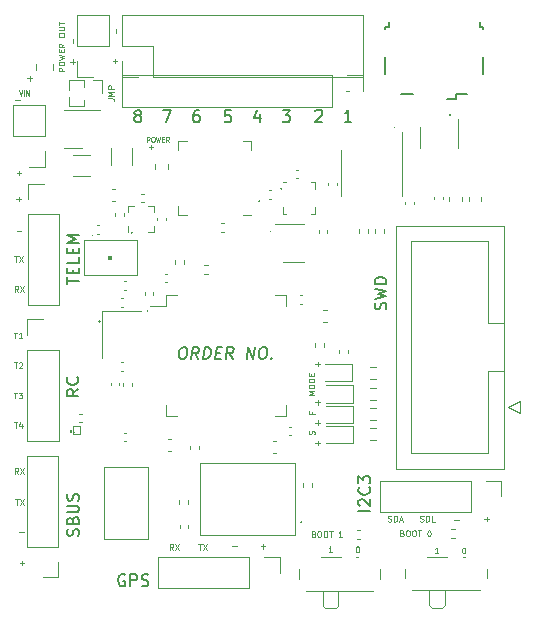
<source format=gbr>
%TF.GenerationSoftware,KiCad,Pcbnew,(5.1.9)-1*%
%TF.CreationDate,2021-10-28T19:53:03+05:30*%
%TF.ProjectId,royal_fc,726f7961-6c5f-4666-932e-6b696361645f,v1.0*%
%TF.SameCoordinates,Original*%
%TF.FileFunction,Legend,Top*%
%TF.FilePolarity,Positive*%
%FSLAX46Y46*%
G04 Gerber Fmt 4.6, Leading zero omitted, Abs format (unit mm)*
G04 Created by KiCad (PCBNEW (5.1.9)-1) date 2021-10-28 19:53:03*
%MOMM*%
%LPD*%
G01*
G04 APERTURE LIST*
%ADD10C,0.150000*%
%ADD11C,0.125000*%
%ADD12C,0.050000*%
%ADD13C,0.120000*%
%ADD14C,0.001000*%
%ADD15C,0.020000*%
%ADD16C,0.025000*%
G04 APERTURE END LIST*
D10*
X38340729Y-130252380D02*
X38531205Y-130252380D01*
X38620491Y-130300000D01*
X38703824Y-130395238D01*
X38727633Y-130585714D01*
X38685967Y-130919047D01*
X38614538Y-131109523D01*
X38507395Y-131204761D01*
X38406205Y-131252380D01*
X38215729Y-131252380D01*
X38126443Y-131204761D01*
X38043110Y-131109523D01*
X38019300Y-130919047D01*
X38060967Y-130585714D01*
X38132395Y-130395238D01*
X38239538Y-130300000D01*
X38340729Y-130252380D01*
X39644300Y-131252380D02*
X39370491Y-130776190D01*
X39072872Y-131252380D02*
X39197872Y-130252380D01*
X39578824Y-130252380D01*
X39668110Y-130300000D01*
X39709776Y-130347619D01*
X39745491Y-130442857D01*
X39727633Y-130585714D01*
X39668110Y-130680952D01*
X39614538Y-130728571D01*
X39513348Y-130776190D01*
X39132395Y-130776190D01*
X40072872Y-131252380D02*
X40197872Y-130252380D01*
X40435967Y-130252380D01*
X40572872Y-130300000D01*
X40656205Y-130395238D01*
X40691919Y-130490476D01*
X40715729Y-130680952D01*
X40697872Y-130823809D01*
X40626443Y-131014285D01*
X40566919Y-131109523D01*
X40459776Y-131204761D01*
X40310967Y-131252380D01*
X40072872Y-131252380D01*
X41138348Y-130728571D02*
X41471681Y-130728571D01*
X41549062Y-131252380D02*
X41072872Y-131252380D01*
X41197872Y-130252380D01*
X41674062Y-130252380D01*
X42549062Y-131252380D02*
X42275252Y-130776190D01*
X41977633Y-131252380D02*
X42102633Y-130252380D01*
X42483586Y-130252380D01*
X42572872Y-130300000D01*
X42614538Y-130347619D01*
X42650252Y-130442857D01*
X42632395Y-130585714D01*
X42572872Y-130680952D01*
X42519300Y-130728571D01*
X42418110Y-130776190D01*
X42037157Y-130776190D01*
X43739538Y-131252380D02*
X43864538Y-130252380D01*
X44310967Y-131252380D01*
X44435967Y-130252380D01*
X45102633Y-130252380D02*
X45293110Y-130252380D01*
X45382395Y-130300000D01*
X45465729Y-130395238D01*
X45489538Y-130585714D01*
X45447872Y-130919047D01*
X45376443Y-131109523D01*
X45269300Y-131204761D01*
X45168110Y-131252380D01*
X44977633Y-131252380D01*
X44888348Y-131204761D01*
X44805014Y-131109523D01*
X44781205Y-130919047D01*
X44822872Y-130585714D01*
X44894300Y-130395238D01*
X45001443Y-130300000D01*
X45102633Y-130252380D01*
X45846681Y-131157142D02*
X45888348Y-131204761D01*
X45834776Y-131252380D01*
X45793110Y-131204761D01*
X45846681Y-131157142D01*
X45834776Y-131252380D01*
D11*
X49745714Y-131880476D02*
X49745714Y-131499523D01*
X49936190Y-131690000D02*
X49555238Y-131690000D01*
X49765714Y-138560476D02*
X49765714Y-138179523D01*
X49956190Y-138370000D02*
X49575238Y-138370000D01*
X49765714Y-135120476D02*
X49765714Y-134739523D01*
X49956190Y-134930000D02*
X49575238Y-134930000D01*
X49765714Y-136850476D02*
X49765714Y-136469523D01*
X49956190Y-136660000D02*
X49575238Y-136660000D01*
X25365714Y-107690476D02*
X25365714Y-107309523D01*
X25556190Y-107500000D02*
X25175238Y-107500000D01*
X35635714Y-113520476D02*
X35635714Y-113139523D01*
X35826190Y-113330000D02*
X35445238Y-113330000D01*
X58434761Y-145002380D02*
X58506190Y-145026190D01*
X58625238Y-145026190D01*
X58672857Y-145002380D01*
X58696666Y-144978571D01*
X58720476Y-144930952D01*
X58720476Y-144883333D01*
X58696666Y-144835714D01*
X58672857Y-144811904D01*
X58625238Y-144788095D01*
X58530000Y-144764285D01*
X58482380Y-144740476D01*
X58458571Y-144716666D01*
X58434761Y-144669047D01*
X58434761Y-144621428D01*
X58458571Y-144573809D01*
X58482380Y-144550000D01*
X58530000Y-144526190D01*
X58649047Y-144526190D01*
X58720476Y-144550000D01*
X58934761Y-145026190D02*
X58934761Y-144526190D01*
X59053809Y-144526190D01*
X59125238Y-144550000D01*
X59172857Y-144597619D01*
X59196666Y-144645238D01*
X59220476Y-144740476D01*
X59220476Y-144811904D01*
X59196666Y-144907142D01*
X59172857Y-144954761D01*
X59125238Y-145002380D01*
X59053809Y-145026190D01*
X58934761Y-145026190D01*
X59672857Y-145026190D02*
X59434761Y-145026190D01*
X59434761Y-144526190D01*
X55722857Y-145002380D02*
X55794285Y-145026190D01*
X55913333Y-145026190D01*
X55960952Y-145002380D01*
X55984761Y-144978571D01*
X56008571Y-144930952D01*
X56008571Y-144883333D01*
X55984761Y-144835714D01*
X55960952Y-144811904D01*
X55913333Y-144788095D01*
X55818095Y-144764285D01*
X55770476Y-144740476D01*
X55746666Y-144716666D01*
X55722857Y-144669047D01*
X55722857Y-144621428D01*
X55746666Y-144573809D01*
X55770476Y-144550000D01*
X55818095Y-144526190D01*
X55937142Y-144526190D01*
X56008571Y-144550000D01*
X56222857Y-145026190D02*
X56222857Y-144526190D01*
X56341904Y-144526190D01*
X56413333Y-144550000D01*
X56460952Y-144597619D01*
X56484761Y-144645238D01*
X56508571Y-144740476D01*
X56508571Y-144811904D01*
X56484761Y-144907142D01*
X56460952Y-144954761D01*
X56413333Y-145002380D01*
X56341904Y-145026190D01*
X56222857Y-145026190D01*
X56699047Y-144883333D02*
X56937142Y-144883333D01*
X56651428Y-145026190D02*
X56818095Y-144526190D01*
X56984761Y-145026190D01*
X62106190Y-147226190D02*
X62153809Y-147226190D01*
X62201428Y-147250000D01*
X62225238Y-147273809D01*
X62249047Y-147321428D01*
X62272857Y-147416666D01*
X62272857Y-147535714D01*
X62249047Y-147630952D01*
X62225238Y-147678571D01*
X62201428Y-147702380D01*
X62153809Y-147726190D01*
X62106190Y-147726190D01*
X62058571Y-147702380D01*
X62034761Y-147678571D01*
X62010952Y-147630952D01*
X61987142Y-147535714D01*
X61987142Y-147416666D01*
X62010952Y-147321428D01*
X62034761Y-147273809D01*
X62058571Y-147250000D01*
X62106190Y-147226190D01*
X59972857Y-147726190D02*
X59687142Y-147726190D01*
X59830000Y-147726190D02*
X59830000Y-147226190D01*
X59782380Y-147297619D01*
X59734761Y-147345238D01*
X59687142Y-147369047D01*
X53106190Y-147126190D02*
X53153809Y-147126190D01*
X53201428Y-147150000D01*
X53225238Y-147173809D01*
X53249047Y-147221428D01*
X53272857Y-147316666D01*
X53272857Y-147435714D01*
X53249047Y-147530952D01*
X53225238Y-147578571D01*
X53201428Y-147602380D01*
X53153809Y-147626190D01*
X53106190Y-147626190D01*
X53058571Y-147602380D01*
X53034761Y-147578571D01*
X53010952Y-147530952D01*
X52987142Y-147435714D01*
X52987142Y-147316666D01*
X53010952Y-147221428D01*
X53034761Y-147173809D01*
X53058571Y-147150000D01*
X53106190Y-147126190D01*
X50972857Y-147626190D02*
X50687142Y-147626190D01*
X50830000Y-147626190D02*
X50830000Y-147126190D01*
X50782380Y-147197619D01*
X50734761Y-147245238D01*
X50687142Y-147269047D01*
X37546666Y-147426190D02*
X37380000Y-147188095D01*
X37260952Y-147426190D02*
X37260952Y-146926190D01*
X37451428Y-146926190D01*
X37499047Y-146950000D01*
X37522857Y-146973809D01*
X37546666Y-147021428D01*
X37546666Y-147092857D01*
X37522857Y-147140476D01*
X37499047Y-147164285D01*
X37451428Y-147188095D01*
X37260952Y-147188095D01*
X37713333Y-146926190D02*
X38046666Y-147426190D01*
X38046666Y-146926190D02*
X37713333Y-147426190D01*
X39659047Y-146906190D02*
X39944761Y-146906190D01*
X39801904Y-147406190D02*
X39801904Y-146906190D01*
X40063809Y-146906190D02*
X40397142Y-147406190D01*
X40397142Y-146906190D02*
X40063809Y-147406190D01*
X24426666Y-141006190D02*
X24260000Y-140768095D01*
X24140952Y-141006190D02*
X24140952Y-140506190D01*
X24331428Y-140506190D01*
X24379047Y-140530000D01*
X24402857Y-140553809D01*
X24426666Y-140601428D01*
X24426666Y-140672857D01*
X24402857Y-140720476D01*
X24379047Y-140744285D01*
X24331428Y-140768095D01*
X24140952Y-140768095D01*
X24593333Y-140506190D02*
X24926666Y-141006190D01*
X24926666Y-140506190D02*
X24593333Y-141006190D01*
X24149047Y-143126190D02*
X24434761Y-143126190D01*
X24291904Y-143626190D02*
X24291904Y-143126190D01*
X24553809Y-143126190D02*
X24887142Y-143626190D01*
X24887142Y-143126190D02*
X24553809Y-143626190D01*
X24396666Y-125596190D02*
X24230000Y-125358095D01*
X24110952Y-125596190D02*
X24110952Y-125096190D01*
X24301428Y-125096190D01*
X24349047Y-125120000D01*
X24372857Y-125143809D01*
X24396666Y-125191428D01*
X24396666Y-125262857D01*
X24372857Y-125310476D01*
X24349047Y-125334285D01*
X24301428Y-125358095D01*
X24110952Y-125358095D01*
X24563333Y-125096190D02*
X24896666Y-125596190D01*
X24896666Y-125096190D02*
X24563333Y-125596190D01*
X24069047Y-122536190D02*
X24354761Y-122536190D01*
X24211904Y-123036190D02*
X24211904Y-122536190D01*
X24473809Y-122536190D02*
X24807142Y-123036190D01*
X24807142Y-122536190D02*
X24473809Y-123036190D01*
D12*
X24491904Y-108526190D02*
X24625238Y-109026190D01*
X24758571Y-108526190D01*
X24891904Y-109026190D02*
X24891904Y-108526190D01*
X25082380Y-109026190D02*
X25082380Y-108526190D01*
X25310952Y-109026190D01*
X25310952Y-108526190D01*
D11*
X24029047Y-134106190D02*
X24314761Y-134106190D01*
X24171904Y-134606190D02*
X24171904Y-134106190D01*
X24433809Y-134106190D02*
X24743333Y-134106190D01*
X24576666Y-134296666D01*
X24648095Y-134296666D01*
X24695714Y-134320476D01*
X24719523Y-134344285D01*
X24743333Y-134391904D01*
X24743333Y-134510952D01*
X24719523Y-134558571D01*
X24695714Y-134582380D01*
X24648095Y-134606190D01*
X24505238Y-134606190D01*
X24457619Y-134582380D01*
X24433809Y-134558571D01*
X24049047Y-136636190D02*
X24334761Y-136636190D01*
X24191904Y-137136190D02*
X24191904Y-136636190D01*
X24715714Y-136802857D02*
X24715714Y-137136190D01*
X24596666Y-136612380D02*
X24477619Y-136969523D01*
X24787142Y-136969523D01*
X24049047Y-131536190D02*
X24334761Y-131536190D01*
X24191904Y-132036190D02*
X24191904Y-131536190D01*
X24477619Y-131583809D02*
X24501428Y-131560000D01*
X24549047Y-131536190D01*
X24668095Y-131536190D01*
X24715714Y-131560000D01*
X24739523Y-131583809D01*
X24763333Y-131631428D01*
X24763333Y-131679047D01*
X24739523Y-131750476D01*
X24453809Y-132036190D01*
X24763333Y-132036190D01*
X24029047Y-129026190D02*
X24314761Y-129026190D01*
X24171904Y-129526190D02*
X24171904Y-129026190D01*
X24743333Y-129526190D02*
X24457619Y-129526190D01*
X24600476Y-129526190D02*
X24600476Y-129026190D01*
X24552857Y-129097619D01*
X24505238Y-129145238D01*
X24457619Y-129169047D01*
X42900476Y-147134285D02*
X42519523Y-147134285D01*
X45125714Y-147320476D02*
X45125714Y-146939523D01*
X45316190Y-147130000D02*
X44935238Y-147130000D01*
D13*
X61037082Y-110620000D02*
G75*
G03*
X61037082Y-110620000I-67082J0D01*
G01*
X56263246Y-111700000D02*
G75*
G03*
X56263246Y-111700000I-63246J0D01*
G01*
X46734031Y-116850000D02*
G75*
G03*
X46734031Y-116850000I-64031J0D01*
G01*
X45763246Y-120470000D02*
G75*
G03*
X45763246Y-120470000I-63246J0D01*
G01*
X44882111Y-117900000D02*
G75*
G03*
X44882111Y-117900000I-72111J0D01*
G01*
X34074031Y-120570000D02*
G75*
G03*
X34074031Y-120570000I-64031J0D01*
G01*
X30743246Y-120800000D02*
G75*
G03*
X30743246Y-120800000I-63246J0D01*
G01*
D11*
X61720476Y-144864285D02*
X61339523Y-144864285D01*
X64065714Y-144990476D02*
X64065714Y-144609523D01*
X64256190Y-144800000D02*
X63875238Y-144800000D01*
D13*
X31354031Y-128080000D02*
G75*
G03*
X31354031Y-128080000I-64031J0D01*
G01*
X35420711Y-127210000D02*
G75*
G03*
X35420711Y-127210000I-70711J0D01*
G01*
D11*
X24660476Y-120404285D02*
X24279523Y-120404285D01*
X24870476Y-145914285D02*
X24489523Y-145914285D01*
X24715714Y-148720476D02*
X24715714Y-148339523D01*
X24906190Y-148530000D02*
X24525238Y-148530000D01*
X24435714Y-117920476D02*
X24435714Y-117539523D01*
X24626190Y-117730000D02*
X24245238Y-117730000D01*
D13*
X31733852Y-113310000D02*
G75*
G03*
X31733852Y-113310000I-53852J0D01*
G01*
D11*
X24520476Y-109364285D02*
X24139523Y-109364285D01*
X24465714Y-115690476D02*
X24465714Y-115309523D01*
X24656190Y-115500000D02*
X24275238Y-115500000D01*
X32705714Y-103680476D02*
X32705714Y-103299523D01*
X32615714Y-106220476D02*
X32615714Y-105839523D01*
X32806190Y-106030000D02*
X32425238Y-106030000D01*
D14*
X52410000Y-108560000D02*
X52190000Y-108560000D01*
D11*
X32026190Y-109194285D02*
X32383333Y-109194285D01*
X32454761Y-109218095D01*
X32502380Y-109265714D01*
X32526190Y-109337142D01*
X32526190Y-109384761D01*
X32526190Y-108956190D02*
X32026190Y-108956190D01*
X32383333Y-108789523D01*
X32026190Y-108622857D01*
X32526190Y-108622857D01*
X32526190Y-108384761D02*
X32026190Y-108384761D01*
X32026190Y-108194285D01*
X32050000Y-108146666D01*
X32073809Y-108122857D01*
X32121428Y-108099047D01*
X32192857Y-108099047D01*
X32240476Y-108122857D01*
X32264285Y-108146666D01*
X32288095Y-108194285D01*
X32288095Y-108384761D01*
X28318690Y-106888095D02*
X27818690Y-106888095D01*
X27818690Y-106697619D01*
X27842500Y-106650000D01*
X27866309Y-106626190D01*
X27913928Y-106602380D01*
X27985357Y-106602380D01*
X28032976Y-106626190D01*
X28056785Y-106650000D01*
X28080595Y-106697619D01*
X28080595Y-106888095D01*
X27818690Y-106292857D02*
X27818690Y-106197619D01*
X27842500Y-106150000D01*
X27890119Y-106102380D01*
X27985357Y-106078571D01*
X28152023Y-106078571D01*
X28247261Y-106102380D01*
X28294880Y-106150000D01*
X28318690Y-106197619D01*
X28318690Y-106292857D01*
X28294880Y-106340476D01*
X28247261Y-106388095D01*
X28152023Y-106411904D01*
X27985357Y-106411904D01*
X27890119Y-106388095D01*
X27842500Y-106340476D01*
X27818690Y-106292857D01*
X27818690Y-105911904D02*
X28318690Y-105792857D01*
X27961547Y-105697619D01*
X28318690Y-105602380D01*
X27818690Y-105483333D01*
X28056785Y-105292857D02*
X28056785Y-105126190D01*
X28318690Y-105054761D02*
X28318690Y-105292857D01*
X27818690Y-105292857D01*
X27818690Y-105054761D01*
X28318690Y-104554761D02*
X28080595Y-104721428D01*
X28318690Y-104840476D02*
X27818690Y-104840476D01*
X27818690Y-104650000D01*
X27842500Y-104602380D01*
X27866309Y-104578571D01*
X27913928Y-104554761D01*
X27985357Y-104554761D01*
X28032976Y-104578571D01*
X28056785Y-104602380D01*
X28080595Y-104650000D01*
X28080595Y-104840476D01*
X27818690Y-103864285D02*
X27818690Y-103769047D01*
X27842500Y-103721428D01*
X27890119Y-103673809D01*
X27985357Y-103650000D01*
X28152023Y-103650000D01*
X28247261Y-103673809D01*
X28294880Y-103721428D01*
X28318690Y-103769047D01*
X28318690Y-103864285D01*
X28294880Y-103911904D01*
X28247261Y-103959523D01*
X28152023Y-103983333D01*
X27985357Y-103983333D01*
X27890119Y-103959523D01*
X27842500Y-103911904D01*
X27818690Y-103864285D01*
X27818690Y-103435714D02*
X28223452Y-103435714D01*
X28271071Y-103411904D01*
X28294880Y-103388095D01*
X28318690Y-103340476D01*
X28318690Y-103245238D01*
X28294880Y-103197619D01*
X28271071Y-103173809D01*
X28223452Y-103150000D01*
X27818690Y-103150000D01*
X27818690Y-102983333D02*
X27818690Y-102697619D01*
X28318690Y-102840476D02*
X27818690Y-102840476D01*
X29003214Y-106280952D02*
X29003214Y-105900000D01*
X29193690Y-106090476D02*
X28812738Y-106090476D01*
X29003214Y-104519047D02*
X29003214Y-104138095D01*
X49486190Y-134304761D02*
X48986190Y-134304761D01*
X49343333Y-134138095D01*
X48986190Y-133971428D01*
X49486190Y-133971428D01*
X48986190Y-133638095D02*
X48986190Y-133542857D01*
X49010000Y-133495238D01*
X49057619Y-133447619D01*
X49152857Y-133423809D01*
X49319523Y-133423809D01*
X49414761Y-133447619D01*
X49462380Y-133495238D01*
X49486190Y-133542857D01*
X49486190Y-133638095D01*
X49462380Y-133685714D01*
X49414761Y-133733333D01*
X49319523Y-133757142D01*
X49152857Y-133757142D01*
X49057619Y-133733333D01*
X49010000Y-133685714D01*
X48986190Y-133638095D01*
X49486190Y-133209523D02*
X48986190Y-133209523D01*
X48986190Y-133090476D01*
X49010000Y-133019047D01*
X49057619Y-132971428D01*
X49105238Y-132947619D01*
X49200476Y-132923809D01*
X49271904Y-132923809D01*
X49367142Y-132947619D01*
X49414761Y-132971428D01*
X49462380Y-133019047D01*
X49486190Y-133090476D01*
X49486190Y-133209523D01*
X49224285Y-132709523D02*
X49224285Y-132542857D01*
X49486190Y-132471428D02*
X49486190Y-132709523D01*
X48986190Y-132709523D01*
X48986190Y-132471428D01*
X49294285Y-135778571D02*
X49294285Y-135945238D01*
X49556190Y-135945238D02*
X49056190Y-135945238D01*
X49056190Y-135707142D01*
X49482380Y-137642857D02*
X49506190Y-137571428D01*
X49506190Y-137452380D01*
X49482380Y-137404761D01*
X49458571Y-137380952D01*
X49410952Y-137357142D01*
X49363333Y-137357142D01*
X49315714Y-137380952D01*
X49291904Y-137404761D01*
X49268095Y-137452380D01*
X49244285Y-137547619D01*
X49220476Y-137595238D01*
X49196666Y-137619047D01*
X49149047Y-137642857D01*
X49101428Y-137642857D01*
X49053809Y-137619047D01*
X49030000Y-137595238D01*
X49006190Y-137547619D01*
X49006190Y-137428571D01*
X49030000Y-137357142D01*
X56922857Y-146014285D02*
X56994285Y-146038095D01*
X57018095Y-146061904D01*
X57041904Y-146109523D01*
X57041904Y-146180952D01*
X57018095Y-146228571D01*
X56994285Y-146252380D01*
X56946666Y-146276190D01*
X56756190Y-146276190D01*
X56756190Y-145776190D01*
X56922857Y-145776190D01*
X56970476Y-145800000D01*
X56994285Y-145823809D01*
X57018095Y-145871428D01*
X57018095Y-145919047D01*
X56994285Y-145966666D01*
X56970476Y-145990476D01*
X56922857Y-146014285D01*
X56756190Y-146014285D01*
X57351428Y-145776190D02*
X57446666Y-145776190D01*
X57494285Y-145800000D01*
X57541904Y-145847619D01*
X57565714Y-145942857D01*
X57565714Y-146109523D01*
X57541904Y-146204761D01*
X57494285Y-146252380D01*
X57446666Y-146276190D01*
X57351428Y-146276190D01*
X57303809Y-146252380D01*
X57256190Y-146204761D01*
X57232380Y-146109523D01*
X57232380Y-145942857D01*
X57256190Y-145847619D01*
X57303809Y-145800000D01*
X57351428Y-145776190D01*
X57875238Y-145776190D02*
X57970476Y-145776190D01*
X58018095Y-145800000D01*
X58065714Y-145847619D01*
X58089523Y-145942857D01*
X58089523Y-146109523D01*
X58065714Y-146204761D01*
X58018095Y-146252380D01*
X57970476Y-146276190D01*
X57875238Y-146276190D01*
X57827619Y-146252380D01*
X57780000Y-146204761D01*
X57756190Y-146109523D01*
X57756190Y-145942857D01*
X57780000Y-145847619D01*
X57827619Y-145800000D01*
X57875238Y-145776190D01*
X58232380Y-145776190D02*
X58518095Y-145776190D01*
X58375238Y-146276190D02*
X58375238Y-145776190D01*
X59160952Y-145776190D02*
X59208571Y-145776190D01*
X59256190Y-145800000D01*
X59280000Y-145823809D01*
X59303809Y-145871428D01*
X59327619Y-145966666D01*
X59327619Y-146085714D01*
X59303809Y-146180952D01*
X59280000Y-146228571D01*
X59256190Y-146252380D01*
X59208571Y-146276190D01*
X59160952Y-146276190D01*
X59113333Y-146252380D01*
X59089523Y-146228571D01*
X59065714Y-146180952D01*
X59041904Y-146085714D01*
X59041904Y-145966666D01*
X59065714Y-145871428D01*
X59089523Y-145823809D01*
X59113333Y-145800000D01*
X59160952Y-145776190D01*
X49422857Y-146064285D02*
X49494285Y-146088095D01*
X49518095Y-146111904D01*
X49541904Y-146159523D01*
X49541904Y-146230952D01*
X49518095Y-146278571D01*
X49494285Y-146302380D01*
X49446666Y-146326190D01*
X49256190Y-146326190D01*
X49256190Y-145826190D01*
X49422857Y-145826190D01*
X49470476Y-145850000D01*
X49494285Y-145873809D01*
X49518095Y-145921428D01*
X49518095Y-145969047D01*
X49494285Y-146016666D01*
X49470476Y-146040476D01*
X49422857Y-146064285D01*
X49256190Y-146064285D01*
X49851428Y-145826190D02*
X49946666Y-145826190D01*
X49994285Y-145850000D01*
X50041904Y-145897619D01*
X50065714Y-145992857D01*
X50065714Y-146159523D01*
X50041904Y-146254761D01*
X49994285Y-146302380D01*
X49946666Y-146326190D01*
X49851428Y-146326190D01*
X49803809Y-146302380D01*
X49756190Y-146254761D01*
X49732380Y-146159523D01*
X49732380Y-145992857D01*
X49756190Y-145897619D01*
X49803809Y-145850000D01*
X49851428Y-145826190D01*
X50375238Y-145826190D02*
X50470476Y-145826190D01*
X50518095Y-145850000D01*
X50565714Y-145897619D01*
X50589523Y-145992857D01*
X50589523Y-146159523D01*
X50565714Y-146254761D01*
X50518095Y-146302380D01*
X50470476Y-146326190D01*
X50375238Y-146326190D01*
X50327619Y-146302380D01*
X50280000Y-146254761D01*
X50256190Y-146159523D01*
X50256190Y-145992857D01*
X50280000Y-145897619D01*
X50327619Y-145850000D01*
X50375238Y-145826190D01*
X50732380Y-145826190D02*
X51018095Y-145826190D01*
X50875238Y-146326190D02*
X50875238Y-145826190D01*
X51827619Y-146326190D02*
X51541904Y-146326190D01*
X51684761Y-146326190D02*
X51684761Y-145826190D01*
X51637142Y-145897619D01*
X51589523Y-145945238D01*
X51541904Y-145969047D01*
D12*
X35306190Y-112926190D02*
X35306190Y-112426190D01*
X35458571Y-112426190D01*
X35496666Y-112450000D01*
X35515714Y-112473809D01*
X35534761Y-112521428D01*
X35534761Y-112592857D01*
X35515714Y-112640476D01*
X35496666Y-112664285D01*
X35458571Y-112688095D01*
X35306190Y-112688095D01*
X35782380Y-112426190D02*
X35858571Y-112426190D01*
X35896666Y-112450000D01*
X35934761Y-112497619D01*
X35953809Y-112592857D01*
X35953809Y-112759523D01*
X35934761Y-112854761D01*
X35896666Y-112902380D01*
X35858571Y-112926190D01*
X35782380Y-112926190D01*
X35744285Y-112902380D01*
X35706190Y-112854761D01*
X35687142Y-112759523D01*
X35687142Y-112592857D01*
X35706190Y-112497619D01*
X35744285Y-112450000D01*
X35782380Y-112426190D01*
X36087142Y-112426190D02*
X36182380Y-112926190D01*
X36258571Y-112569047D01*
X36334761Y-112926190D01*
X36430000Y-112426190D01*
X36582380Y-112664285D02*
X36715714Y-112664285D01*
X36772857Y-112926190D02*
X36582380Y-112926190D01*
X36582380Y-112426190D01*
X36772857Y-112426190D01*
X37172857Y-112926190D02*
X37039523Y-112688095D01*
X36944285Y-112926190D02*
X36944285Y-112426190D01*
X37096666Y-112426190D01*
X37134761Y-112450000D01*
X37153809Y-112473809D01*
X37172857Y-112521428D01*
X37172857Y-112592857D01*
X37153809Y-112640476D01*
X37134761Y-112664285D01*
X37096666Y-112688095D01*
X36944285Y-112688095D01*
D15*
%TO.C,U6*%
X29942500Y-124180000D02*
X29942500Y-121180000D01*
X34442500Y-124180000D02*
X34442500Y-121180000D01*
X29942500Y-124180000D02*
X34442500Y-124180000D01*
X29942500Y-121180000D02*
X34442500Y-121180000D01*
D13*
X30735902Y-120930000D02*
G75*
G03*
X30735902Y-120930000I-55902J0D01*
G01*
D15*
%TO.C,IC4*%
X29020000Y-137620000D02*
X29020000Y-136970000D01*
X29020000Y-136970000D02*
X29670000Y-136970000D01*
X29670000Y-136970000D02*
X29670000Y-137620000D01*
X29670000Y-137620000D02*
X29020000Y-137620000D01*
D13*
X29180000Y-137495000D02*
G75*
G03*
X29180000Y-137495000I-10000J0D01*
G01*
D15*
%TO.C,IC3*%
X47860000Y-140070000D02*
X47860000Y-146170000D01*
X39760000Y-140070000D02*
X47860000Y-140070000D01*
X39760000Y-146170000D02*
X39760000Y-140070000D01*
X47860000Y-146170000D02*
X39760000Y-146170000D01*
D13*
X48465000Y-145070000D02*
G75*
G03*
X48465000Y-145070000I-80000J0D01*
G01*
D10*
%TO.C,USB1*%
X57830000Y-108850000D02*
X56830000Y-108850000D01*
X61430000Y-108850000D02*
X62430000Y-108850000D01*
X61430000Y-109275000D02*
X61430000Y-108850000D01*
X60705000Y-109275000D02*
X61430000Y-109275000D01*
X55480000Y-105700000D02*
X55480000Y-107100000D01*
X55480000Y-103150000D02*
X55480000Y-103300000D01*
X55780000Y-103150000D02*
X55480000Y-103150000D01*
X55780000Y-102700000D02*
X55780000Y-103150000D01*
X63480000Y-103150000D02*
X63480000Y-102700000D01*
X63780000Y-103150000D02*
X63480000Y-103150000D01*
X63780000Y-103300000D02*
X63780000Y-103150000D01*
X63780000Y-107100000D02*
X63780000Y-105700000D01*
D13*
%TO.C,JP1*%
X28745000Y-107660000D02*
X28745000Y-108462470D01*
X28745000Y-109077530D02*
X28745000Y-109880000D01*
X29950000Y-107660000D02*
X28745000Y-107660000D01*
X29950000Y-109880000D02*
X28745000Y-109880000D01*
X29950000Y-107660000D02*
X29950000Y-108206529D01*
X29950000Y-109333471D02*
X29950000Y-109880000D01*
X30710000Y-107660000D02*
X31470000Y-107660000D01*
X31470000Y-107660000D02*
X31470000Y-108770000D01*
%TO.C,VIN1*%
X26660000Y-114980000D02*
X25330000Y-114980000D01*
X26660000Y-113650000D02*
X26660000Y-114980000D01*
X26660000Y-112380000D02*
X24000000Y-112380000D01*
X24000000Y-112380000D02*
X24000000Y-109780000D01*
X26660000Y-112380000D02*
X26660000Y-109780000D01*
X26660000Y-109780000D02*
X24000000Y-109780000D01*
%TO.C,8  7  6*%
X33170000Y-107230000D02*
X33170000Y-109890000D01*
X51010000Y-107230000D02*
X33170000Y-107230000D01*
X51010000Y-109890000D02*
X33170000Y-109890000D01*
X51010000Y-107230000D02*
X51010000Y-109890000D01*
X52280000Y-107230000D02*
X53610000Y-107230000D01*
X53610000Y-107230000D02*
X53610000Y-108560000D01*
%TO.C,R16*%
X40126359Y-123270000D02*
X40433641Y-123270000D01*
X40126359Y-124030000D02*
X40433641Y-124030000D01*
%TO.C,R15*%
X37650000Y-123203641D02*
X37650000Y-122896359D01*
X38410000Y-123203641D02*
X38410000Y-122896359D01*
%TO.C,R14*%
X50310000Y-129946359D02*
X50310000Y-130253641D01*
X49550000Y-129946359D02*
X49550000Y-130253641D01*
%TO.C,R13*%
X51570000Y-130783641D02*
X51570000Y-130476359D01*
X52330000Y-130783641D02*
X52330000Y-130476359D01*
%TO.C,R4*%
X54600000Y-120603641D02*
X54600000Y-120296359D01*
X55360000Y-120603641D02*
X55360000Y-120296359D01*
%TO.C,R3*%
X53300000Y-120603641D02*
X53300000Y-120296359D01*
X54060000Y-120603641D02*
X54060000Y-120296359D01*
%TO.C,C24*%
X33322164Y-124690000D02*
X33537836Y-124690000D01*
X33322164Y-125410000D02*
X33537836Y-125410000D01*
%TO.C,S3*%
X35380000Y-140390000D02*
X35380000Y-146510000D01*
X35380000Y-146510000D02*
X31680000Y-146510000D01*
X31680000Y-146510000D02*
X31680000Y-140390000D01*
X31680000Y-140390000D02*
X35380000Y-140390000D01*
%TO.C,U3*%
X36900000Y-126800000D02*
X35560000Y-126800000D01*
X36900000Y-125850000D02*
X36900000Y-126800000D01*
X37850000Y-125850000D02*
X36900000Y-125850000D01*
X47120000Y-125850000D02*
X47120000Y-126800000D01*
X46170000Y-125850000D02*
X47120000Y-125850000D01*
X36900000Y-136070000D02*
X36900000Y-135120000D01*
X37850000Y-136070000D02*
X36900000Y-136070000D01*
X47120000Y-136070000D02*
X47120000Y-135120000D01*
X46170000Y-136070000D02*
X47120000Y-136070000D01*
%TO.C,J2*%
X61940000Y-117537221D02*
X61940000Y-117862779D01*
X60920000Y-117537221D02*
X60920000Y-117862779D01*
%TO.C,F1*%
X63590000Y-117537221D02*
X63590000Y-117862779D01*
X62570000Y-117537221D02*
X62570000Y-117862779D01*
%TO.C,C1*%
X35120000Y-125807836D02*
X35120000Y-125592164D01*
X35840000Y-125807836D02*
X35840000Y-125592164D01*
%TO.C,C2*%
X37370580Y-138040000D02*
X37089420Y-138040000D01*
X37370580Y-139060000D02*
X37089420Y-139060000D01*
%TO.C,C3*%
X38970000Y-138642164D02*
X38970000Y-138857836D01*
X39690000Y-138642164D02*
X39690000Y-138857836D01*
%TO.C,C4*%
X47322164Y-137710000D02*
X47537836Y-137710000D01*
X47322164Y-136990000D02*
X47537836Y-136990000D01*
%TO.C,C5*%
X48232164Y-125870000D02*
X48447836Y-125870000D01*
X48232164Y-126590000D02*
X48447836Y-126590000D01*
%TO.C,C6*%
X37007836Y-124060000D02*
X36792164Y-124060000D01*
X37007836Y-124780000D02*
X36792164Y-124780000D01*
%TO.C,C8*%
X34010000Y-133302164D02*
X34010000Y-133517836D01*
X33290000Y-133302164D02*
X33290000Y-133517836D01*
%TO.C,C9*%
X59620000Y-117542164D02*
X59620000Y-117757836D01*
X60340000Y-117542164D02*
X60340000Y-117757836D01*
%TO.C,C10*%
X32220000Y-113438748D02*
X32220000Y-114861252D01*
X34040000Y-113438748D02*
X34040000Y-114861252D01*
%TO.C,C11*%
X29078748Y-113970000D02*
X30501252Y-113970000D01*
X29078748Y-115790000D02*
X30501252Y-115790000D01*
%TO.C,C12*%
X45989420Y-139260000D02*
X46270580Y-139260000D01*
X45989420Y-138240000D02*
X46270580Y-138240000D01*
%TO.C,C13*%
X50239420Y-127140000D02*
X50520580Y-127140000D01*
X50239420Y-128160000D02*
X50520580Y-128160000D01*
%TO.C,C14*%
X50670000Y-116557836D02*
X50670000Y-116342164D01*
X51390000Y-116557836D02*
X51390000Y-116342164D01*
%TO.C,C15*%
X57890000Y-118157836D02*
X57890000Y-117942164D01*
X57170000Y-118157836D02*
X57170000Y-117942164D01*
%TO.C,C16*%
X49870000Y-120557836D02*
X49870000Y-120342164D01*
X50590000Y-120557836D02*
X50590000Y-120342164D01*
%TO.C,C17*%
X38070000Y-145342164D02*
X38070000Y-145557836D01*
X38790000Y-145342164D02*
X38790000Y-145557836D01*
%TO.C,C18*%
X33537836Y-137490000D02*
X33322164Y-137490000D01*
X33537836Y-138210000D02*
X33322164Y-138210000D01*
%TO.C,C19*%
X33072164Y-126120000D02*
X33287836Y-126120000D01*
X33072164Y-126840000D02*
X33287836Y-126840000D01*
%TO.C,C20*%
X33287836Y-132240000D02*
X33072164Y-132240000D01*
X33287836Y-131520000D02*
X33072164Y-131520000D01*
%TO.C,C21*%
X45837836Y-116990000D02*
X45622164Y-116990000D01*
X45837836Y-117710000D02*
X45622164Y-117710000D01*
%TO.C,C22*%
X47917164Y-115235000D02*
X48132836Y-115235000D01*
X47917164Y-115955000D02*
X48132836Y-115955000D01*
%TO.C,C23*%
X41582164Y-120510000D02*
X41797836Y-120510000D01*
X41582164Y-119790000D02*
X41797836Y-119790000D01*
%TO.C,C25*%
X31287836Y-120660000D02*
X31072164Y-120660000D01*
X31287836Y-119940000D02*
X31072164Y-119940000D01*
%TO.C,C26*%
X29552164Y-135880000D02*
X29767836Y-135880000D01*
X29552164Y-136600000D02*
X29767836Y-136600000D01*
%TO.C,C27*%
X32620580Y-117860000D02*
X32339420Y-117860000D01*
X32620580Y-116840000D02*
X32339420Y-116840000D01*
%TO.C,C28*%
X34822164Y-118010000D02*
X35037836Y-118010000D01*
X34822164Y-117290000D02*
X35037836Y-117290000D01*
%TO.C,C29*%
X33340000Y-118942164D02*
X33340000Y-119157836D01*
X32620000Y-118942164D02*
X32620000Y-119157836D01*
%TO.C,C30*%
X36890000Y-119507836D02*
X36890000Y-119292164D01*
X36170000Y-119507836D02*
X36170000Y-119292164D01*
%TO.C,D6*%
X25920000Y-106808578D02*
X25920000Y-106291422D01*
X27340000Y-106808578D02*
X27340000Y-106291422D01*
%TO.C,GPS*%
X46540000Y-148020000D02*
X46540000Y-149350000D01*
X45210000Y-148020000D02*
X46540000Y-148020000D01*
X43940000Y-148020000D02*
X43940000Y-150680000D01*
X43940000Y-150680000D02*
X36260000Y-150680000D01*
X43940000Y-148020000D02*
X36260000Y-148020000D01*
X36260000Y-148020000D02*
X36260000Y-150680000D01*
%TO.C,I2C3*%
X65310000Y-141550000D02*
X65310000Y-142880000D01*
X63980000Y-141550000D02*
X65310000Y-141550000D01*
X62710000Y-141550000D02*
X62710000Y-144210000D01*
X62710000Y-144210000D02*
X55030000Y-144210000D01*
X62710000Y-141550000D02*
X55030000Y-141550000D01*
X55030000Y-141550000D02*
X55030000Y-144210000D01*
%TO.C,IC1*%
X31290000Y-110170000D02*
X28290000Y-110170000D01*
X29790000Y-113390000D02*
X28290000Y-113390000D01*
%TO.C,IC2*%
X48625000Y-119825000D02*
X46175000Y-119825000D01*
X46825000Y-123045000D02*
X48625000Y-123045000D01*
%TO.C,IC5*%
X33670000Y-120510000D02*
X33670000Y-120510000D01*
X33670000Y-120010000D02*
X33670000Y-120510000D01*
X35370000Y-120510000D02*
X35370000Y-120510000D01*
X35870000Y-120510000D02*
X35370000Y-120510000D01*
X35870000Y-120010000D02*
X35870000Y-120510000D01*
X35870000Y-118810000D02*
X35870000Y-118810000D01*
X35870000Y-118310000D02*
X35870000Y-118810000D01*
X35370000Y-118310000D02*
X35870000Y-118310000D01*
X34170000Y-118310000D02*
X34170000Y-118310000D01*
X33670000Y-118310000D02*
X34170000Y-118310000D01*
X33670000Y-118810000D02*
X33670000Y-118310000D01*
%TO.C,J1*%
X30730000Y-107355000D02*
X29400000Y-107355000D01*
X29400000Y-107355000D02*
X29400000Y-106025000D01*
X29400000Y-104755000D02*
X29400000Y-102155000D01*
X32060000Y-102155000D02*
X29400000Y-102155000D01*
X32060000Y-104755000D02*
X32060000Y-102155000D01*
X32060000Y-104755000D02*
X29400000Y-104755000D01*
%TO.C,J3*%
X33190001Y-107349999D02*
X33190001Y-106019999D01*
X34520001Y-107349999D02*
X33190001Y-107349999D01*
X33190001Y-104749999D02*
X33190001Y-102149999D01*
X35790001Y-104749999D02*
X33190001Y-104749999D01*
X35790001Y-107349999D02*
X35790001Y-104749999D01*
X33190001Y-102149999D02*
X53630001Y-102149999D01*
X35790001Y-107349999D02*
X53630001Y-107349999D01*
X53630001Y-107349999D02*
X53630001Y-102149999D01*
%TO.C,R1*%
X36007500Y-115187258D02*
X36007500Y-114712742D01*
X37052500Y-115187258D02*
X37052500Y-114712742D01*
%TO.C,R2*%
X61066359Y-146440000D02*
X61373641Y-146440000D01*
X61066359Y-145680000D02*
X61373641Y-145680000D01*
%TO.C,R5*%
X54667258Y-137117500D02*
X54192742Y-137117500D01*
X54667258Y-138162500D02*
X54192742Y-138162500D01*
%TO.C,R6*%
X54667258Y-135417500D02*
X54192742Y-135417500D01*
X54667258Y-136462500D02*
X54192742Y-136462500D01*
%TO.C,JP1*%
X54667258Y-134762500D02*
X54192742Y-134762500D01*
X54667258Y-133717500D02*
X54192742Y-133717500D01*
%TO.C,R8*%
X54657258Y-131907500D02*
X54182742Y-131907500D01*
X54657258Y-132952500D02*
X54182742Y-132952500D01*
%TO.C,R9*%
X53076359Y-145770000D02*
X53383641Y-145770000D01*
X53076359Y-146530000D02*
X53383641Y-146530000D01*
%TO.C,R11*%
X49310000Y-142103641D02*
X49310000Y-141796359D01*
X48550000Y-142103641D02*
X48550000Y-141796359D01*
%TO.C,R12*%
X38810000Y-143196359D02*
X38810000Y-143503641D01*
X38050000Y-143196359D02*
X38050000Y-143503641D01*
%TO.C,RC*%
X25170000Y-127910000D02*
X26500000Y-127910000D01*
X25170000Y-129240000D02*
X25170000Y-127910000D01*
X25170000Y-130510000D02*
X27830000Y-130510000D01*
X27830000Y-130510000D02*
X27830000Y-138190000D01*
X25170000Y-130510000D02*
X25170000Y-138190000D01*
X25170000Y-138190000D02*
X27830000Y-138190000D01*
%TO.C,S1*%
X64075000Y-149825000D02*
X64075000Y-149035000D01*
X57175000Y-149035000D02*
X57175000Y-149825000D01*
X59025000Y-147985000D02*
X60725000Y-147985000D01*
X57775000Y-150835000D02*
X63475000Y-150835000D01*
X60525000Y-152125000D02*
X60525000Y-150835000D01*
X59425000Y-152335000D02*
X60325000Y-152335000D01*
X59225000Y-150835000D02*
X59225000Y-152125000D01*
X60525000Y-152125000D02*
X60325000Y-152335000D01*
X59225000Y-152125000D02*
X59425000Y-152335000D01*
X62025000Y-147985000D02*
X62225000Y-147985000D01*
%TO.C,S2*%
X53000000Y-148030000D02*
X53200000Y-148030000D01*
X50200000Y-152170000D02*
X50400000Y-152380000D01*
X51500000Y-152170000D02*
X51300000Y-152380000D01*
X50200000Y-150880000D02*
X50200000Y-152170000D01*
X50400000Y-152380000D02*
X51300000Y-152380000D01*
X51500000Y-152170000D02*
X51500000Y-150880000D01*
X48750000Y-150880000D02*
X54450000Y-150880000D01*
X50000000Y-148030000D02*
X51700000Y-148030000D01*
X48150000Y-149080000D02*
X48150000Y-149870000D01*
X55050000Y-149870000D02*
X55050000Y-149080000D01*
%TO.C,SBUS*%
X27800000Y-149750000D02*
X26470000Y-149750000D01*
X27800000Y-148420000D02*
X27800000Y-149750000D01*
X27800000Y-147150000D02*
X25140000Y-147150000D01*
X25140000Y-147150000D02*
X25140000Y-139470000D01*
X27800000Y-147150000D02*
X27800000Y-139470000D01*
X27800000Y-139470000D02*
X25140000Y-139470000D01*
%TO.C,SWD1*%
X66900000Y-134840000D02*
X65900000Y-135340000D01*
X66900000Y-135840000D02*
X66900000Y-134840000D01*
X65900000Y-135340000D02*
X66900000Y-135840000D01*
X64200000Y-128210000D02*
X65510000Y-128210000D01*
X64200000Y-128210000D02*
X64200000Y-128210000D01*
X64200000Y-121270000D02*
X64200000Y-128210000D01*
X57700000Y-121270000D02*
X64200000Y-121270000D01*
X57700000Y-139250000D02*
X57700000Y-121270000D01*
X64200000Y-139250000D02*
X57700000Y-139250000D01*
X64200000Y-132310000D02*
X64200000Y-139250000D01*
X65510000Y-132310000D02*
X64200000Y-132310000D01*
X65510000Y-119970000D02*
X65510000Y-140550000D01*
X56390000Y-119970000D02*
X65510000Y-119970000D01*
X56390000Y-140550000D02*
X56390000Y-119970000D01*
X65510000Y-140550000D02*
X56390000Y-140550000D01*
%TO.C,TELEM*%
X25240000Y-126700000D02*
X27900000Y-126700000D01*
X25240000Y-119020000D02*
X25240000Y-126700000D01*
X27900000Y-119020000D02*
X27900000Y-126700000D01*
X25240000Y-119020000D02*
X27900000Y-119020000D01*
X25240000Y-117750000D02*
X25240000Y-116420000D01*
X25240000Y-116420000D02*
X26570000Y-116420000D01*
%TO.C,U1*%
X61660000Y-113405000D02*
X61660000Y-110955000D01*
X58440000Y-111605000D02*
X58440000Y-113405000D01*
%TO.C,U2*%
X56885000Y-115525000D02*
X56885000Y-112075000D01*
X56885000Y-115525000D02*
X56885000Y-117475000D01*
X51765000Y-115525000D02*
X51765000Y-113575000D01*
X51765000Y-115525000D02*
X51765000Y-117475000D01*
%TO.C,U4*%
X47090000Y-116235000D02*
X46790000Y-116235000D01*
X49510000Y-118955000D02*
X49510000Y-118355000D01*
X49210000Y-118955000D02*
X49510000Y-118955000D01*
X46790000Y-118955000D02*
X46790000Y-118355000D01*
X47090000Y-118955000D02*
X46790000Y-118955000D01*
X49510000Y-116235000D02*
X49510000Y-116835000D01*
X49210000Y-116235000D02*
X49510000Y-116235000D01*
%TO.C,U5*%
X43400000Y-119060000D02*
X44150000Y-119060000D01*
X37930000Y-112840000D02*
X37930000Y-113590000D01*
X38680000Y-112840000D02*
X37930000Y-112840000D01*
X44150000Y-112840000D02*
X44150000Y-113590000D01*
X43400000Y-112840000D02*
X44150000Y-112840000D01*
X37930000Y-119060000D02*
X37930000Y-118310000D01*
X38680000Y-119060000D02*
X37930000Y-119060000D01*
%TO.C,Y1*%
X31530000Y-127180000D02*
X31530000Y-131180000D01*
X34830000Y-127180000D02*
X31530000Y-127180000D01*
%TO.C,C7*%
X32250000Y-133282164D02*
X32250000Y-133497836D01*
X32970000Y-133282164D02*
X32970000Y-133497836D01*
%TO.C,D2*%
X50430000Y-138375000D02*
X52715000Y-138375000D01*
X52715000Y-138375000D02*
X52715000Y-136905000D01*
X52715000Y-136905000D02*
X50430000Y-136905000D01*
%TO.C,D3*%
X52715000Y-135205000D02*
X50430000Y-135205000D01*
X52715000Y-136675000D02*
X52715000Y-135205000D01*
X50430000Y-136675000D02*
X52715000Y-136675000D01*
%TO.C,D4*%
X50430000Y-134975000D02*
X52715000Y-134975000D01*
X52715000Y-134975000D02*
X52715000Y-133505000D01*
X52715000Y-133505000D02*
X50430000Y-133505000D01*
%TO.C,D5*%
X52705000Y-131695000D02*
X50420000Y-131695000D01*
X52705000Y-133165000D02*
X52705000Y-131695000D01*
X50420000Y-133165000D02*
X52705000Y-133165000D01*
%TO.C,U6*%
D12*
X32040476Y-122832380D02*
X32202380Y-122832380D01*
X32221428Y-122822857D01*
X32230952Y-122813333D01*
X32240476Y-122794285D01*
X32240476Y-122756190D01*
X32230952Y-122737142D01*
X32221428Y-122727619D01*
X32202380Y-122718095D01*
X32040476Y-122718095D01*
X32040476Y-122537142D02*
X32040476Y-122575238D01*
X32050000Y-122594285D01*
X32059523Y-122603809D01*
X32088095Y-122622857D01*
X32126190Y-122632380D01*
X32202380Y-122632380D01*
X32221428Y-122622857D01*
X32230952Y-122613333D01*
X32240476Y-122594285D01*
X32240476Y-122556190D01*
X32230952Y-122537142D01*
X32221428Y-122527619D01*
X32202380Y-122518095D01*
X32154761Y-122518095D01*
X32135714Y-122527619D01*
X32126190Y-122537142D01*
X32116666Y-122556190D01*
X32116666Y-122594285D01*
X32126190Y-122613333D01*
X32135714Y-122622857D01*
X32154761Y-122632380D01*
%TO.C,IC4*%
D16*
X28865238Y-137442619D02*
X28765238Y-137442619D01*
X28855714Y-137337857D02*
X28860476Y-137342619D01*
X28865238Y-137356904D01*
X28865238Y-137366428D01*
X28860476Y-137380714D01*
X28850952Y-137390238D01*
X28841428Y-137395000D01*
X28822380Y-137399761D01*
X28808095Y-137399761D01*
X28789047Y-137395000D01*
X28779523Y-137390238D01*
X28770000Y-137380714D01*
X28765238Y-137366428D01*
X28765238Y-137356904D01*
X28770000Y-137342619D01*
X28774761Y-137337857D01*
X28798571Y-137252142D02*
X28865238Y-137252142D01*
X28760476Y-137275952D02*
X28831904Y-137299761D01*
X28831904Y-137237857D01*
%TO.C,*%
D10*
X49566190Y-110257619D02*
X49613809Y-110210000D01*
X49709047Y-110162380D01*
X49947142Y-110162380D01*
X50042380Y-110210000D01*
X50090000Y-110257619D01*
X50137619Y-110352857D01*
X50137619Y-110448095D01*
X50090000Y-110590952D01*
X49518571Y-111162380D01*
X50137619Y-111162380D01*
X52613809Y-111162380D02*
X52042380Y-111162380D01*
X52328095Y-111162380D02*
X52328095Y-110162380D01*
X52232857Y-110305238D01*
X52137619Y-110400476D01*
X52042380Y-110448095D01*
X42411904Y-110222380D02*
X41935714Y-110222380D01*
X41888095Y-110698571D01*
X41935714Y-110650952D01*
X42030952Y-110603333D01*
X42269047Y-110603333D01*
X42364285Y-110650952D01*
X42411904Y-110698571D01*
X42459523Y-110793809D01*
X42459523Y-111031904D01*
X42411904Y-111127142D01*
X42364285Y-111174761D01*
X42269047Y-111222380D01*
X42030952Y-111222380D01*
X41935714Y-111174761D01*
X41888095Y-111127142D01*
X44840476Y-110555714D02*
X44840476Y-111222380D01*
X44602380Y-110174761D02*
X44364285Y-110889047D01*
X44983333Y-110889047D01*
X46792857Y-110222380D02*
X47411904Y-110222380D01*
X47078571Y-110603333D01*
X47221428Y-110603333D01*
X47316666Y-110650952D01*
X47364285Y-110698571D01*
X47411904Y-110793809D01*
X47411904Y-111031904D01*
X47364285Y-111127142D01*
X47316666Y-111174761D01*
X47221428Y-111222380D01*
X46935714Y-111222380D01*
X46840476Y-111174761D01*
X46792857Y-111127142D01*
%TO.C,8  7  6*%
X34438571Y-110640952D02*
X34343333Y-110593333D01*
X34295714Y-110545714D01*
X34248095Y-110450476D01*
X34248095Y-110402857D01*
X34295714Y-110307619D01*
X34343333Y-110260000D01*
X34438571Y-110212380D01*
X34629047Y-110212380D01*
X34724285Y-110260000D01*
X34771904Y-110307619D01*
X34819523Y-110402857D01*
X34819523Y-110450476D01*
X34771904Y-110545714D01*
X34724285Y-110593333D01*
X34629047Y-110640952D01*
X34438571Y-110640952D01*
X34343333Y-110688571D01*
X34295714Y-110736190D01*
X34248095Y-110831428D01*
X34248095Y-111021904D01*
X34295714Y-111117142D01*
X34343333Y-111164761D01*
X34438571Y-111212380D01*
X34629047Y-111212380D01*
X34724285Y-111164761D01*
X34771904Y-111117142D01*
X34819523Y-111021904D01*
X34819523Y-110831428D01*
X34771904Y-110736190D01*
X34724285Y-110688571D01*
X34629047Y-110640952D01*
X36676666Y-110212380D02*
X37343333Y-110212380D01*
X36914761Y-111212380D01*
X39676666Y-110212380D02*
X39486190Y-110212380D01*
X39390952Y-110260000D01*
X39343333Y-110307619D01*
X39248095Y-110450476D01*
X39200476Y-110640952D01*
X39200476Y-111021904D01*
X39248095Y-111117142D01*
X39295714Y-111164761D01*
X39390952Y-111212380D01*
X39581428Y-111212380D01*
X39676666Y-111164761D01*
X39724285Y-111117142D01*
X39771904Y-111021904D01*
X39771904Y-110783809D01*
X39724285Y-110688571D01*
X39676666Y-110640952D01*
X39581428Y-110593333D01*
X39390952Y-110593333D01*
X39295714Y-110640952D01*
X39248095Y-110688571D01*
X39200476Y-110783809D01*
%TO.C,GPS*%
X33425714Y-149540000D02*
X33330476Y-149492380D01*
X33187619Y-149492380D01*
X33044761Y-149540000D01*
X32949523Y-149635238D01*
X32901904Y-149730476D01*
X32854285Y-149920952D01*
X32854285Y-150063809D01*
X32901904Y-150254285D01*
X32949523Y-150349523D01*
X33044761Y-150444761D01*
X33187619Y-150492380D01*
X33282857Y-150492380D01*
X33425714Y-150444761D01*
X33473333Y-150397142D01*
X33473333Y-150063809D01*
X33282857Y-150063809D01*
X33901904Y-150492380D02*
X33901904Y-149492380D01*
X34282857Y-149492380D01*
X34378095Y-149540000D01*
X34425714Y-149587619D01*
X34473333Y-149682857D01*
X34473333Y-149825714D01*
X34425714Y-149920952D01*
X34378095Y-149968571D01*
X34282857Y-150016190D01*
X33901904Y-150016190D01*
X34854285Y-150444761D02*
X34997142Y-150492380D01*
X35235238Y-150492380D01*
X35330476Y-150444761D01*
X35378095Y-150397142D01*
X35425714Y-150301904D01*
X35425714Y-150206666D01*
X35378095Y-150111428D01*
X35330476Y-150063809D01*
X35235238Y-150016190D01*
X35044761Y-149968571D01*
X34949523Y-149920952D01*
X34901904Y-149873333D01*
X34854285Y-149778095D01*
X34854285Y-149682857D01*
X34901904Y-149587619D01*
X34949523Y-149540000D01*
X35044761Y-149492380D01*
X35282857Y-149492380D01*
X35425714Y-149540000D01*
%TO.C,I2C3*%
X54212380Y-144122380D02*
X53212380Y-144122380D01*
X53307619Y-143693809D02*
X53260000Y-143646190D01*
X53212380Y-143550952D01*
X53212380Y-143312857D01*
X53260000Y-143217619D01*
X53307619Y-143170000D01*
X53402857Y-143122380D01*
X53498095Y-143122380D01*
X53640952Y-143170000D01*
X54212380Y-143741428D01*
X54212380Y-143122380D01*
X54117142Y-142122380D02*
X54164761Y-142170000D01*
X54212380Y-142312857D01*
X54212380Y-142408095D01*
X54164761Y-142550952D01*
X54069523Y-142646190D01*
X53974285Y-142693809D01*
X53783809Y-142741428D01*
X53640952Y-142741428D01*
X53450476Y-142693809D01*
X53355238Y-142646190D01*
X53260000Y-142550952D01*
X53212380Y-142408095D01*
X53212380Y-142312857D01*
X53260000Y-142170000D01*
X53307619Y-142122380D01*
X53212380Y-141789047D02*
X53212380Y-141170000D01*
X53593333Y-141503333D01*
X53593333Y-141360476D01*
X53640952Y-141265238D01*
X53688571Y-141217619D01*
X53783809Y-141170000D01*
X54021904Y-141170000D01*
X54117142Y-141217619D01*
X54164761Y-141265238D01*
X54212380Y-141360476D01*
X54212380Y-141646190D01*
X54164761Y-141741428D01*
X54117142Y-141789047D01*
%TO.C,RC*%
X29502380Y-133810476D02*
X29026190Y-134143809D01*
X29502380Y-134381904D02*
X28502380Y-134381904D01*
X28502380Y-134000952D01*
X28550000Y-133905714D01*
X28597619Y-133858095D01*
X28692857Y-133810476D01*
X28835714Y-133810476D01*
X28930952Y-133858095D01*
X28978571Y-133905714D01*
X29026190Y-134000952D01*
X29026190Y-134381904D01*
X29407142Y-132810476D02*
X29454761Y-132858095D01*
X29502380Y-133000952D01*
X29502380Y-133096190D01*
X29454761Y-133239047D01*
X29359523Y-133334285D01*
X29264285Y-133381904D01*
X29073809Y-133429523D01*
X28930952Y-133429523D01*
X28740476Y-133381904D01*
X28645238Y-133334285D01*
X28550000Y-133239047D01*
X28502380Y-133096190D01*
X28502380Y-133000952D01*
X28550000Y-132858095D01*
X28597619Y-132810476D01*
%TO.C,SBUS*%
X29494761Y-146245714D02*
X29542380Y-146102857D01*
X29542380Y-145864761D01*
X29494761Y-145769523D01*
X29447142Y-145721904D01*
X29351904Y-145674285D01*
X29256666Y-145674285D01*
X29161428Y-145721904D01*
X29113809Y-145769523D01*
X29066190Y-145864761D01*
X29018571Y-146055238D01*
X28970952Y-146150476D01*
X28923333Y-146198095D01*
X28828095Y-146245714D01*
X28732857Y-146245714D01*
X28637619Y-146198095D01*
X28590000Y-146150476D01*
X28542380Y-146055238D01*
X28542380Y-145817142D01*
X28590000Y-145674285D01*
X29018571Y-144912380D02*
X29066190Y-144769523D01*
X29113809Y-144721904D01*
X29209047Y-144674285D01*
X29351904Y-144674285D01*
X29447142Y-144721904D01*
X29494761Y-144769523D01*
X29542380Y-144864761D01*
X29542380Y-145245714D01*
X28542380Y-145245714D01*
X28542380Y-144912380D01*
X28590000Y-144817142D01*
X28637619Y-144769523D01*
X28732857Y-144721904D01*
X28828095Y-144721904D01*
X28923333Y-144769523D01*
X28970952Y-144817142D01*
X29018571Y-144912380D01*
X29018571Y-145245714D01*
X28542380Y-144245714D02*
X29351904Y-144245714D01*
X29447142Y-144198095D01*
X29494761Y-144150476D01*
X29542380Y-144055238D01*
X29542380Y-143864761D01*
X29494761Y-143769523D01*
X29447142Y-143721904D01*
X29351904Y-143674285D01*
X28542380Y-143674285D01*
X29494761Y-143245714D02*
X29542380Y-143102857D01*
X29542380Y-142864761D01*
X29494761Y-142769523D01*
X29447142Y-142721904D01*
X29351904Y-142674285D01*
X29256666Y-142674285D01*
X29161428Y-142721904D01*
X29113809Y-142769523D01*
X29066190Y-142864761D01*
X29018571Y-143055238D01*
X28970952Y-143150476D01*
X28923333Y-143198095D01*
X28828095Y-143245714D01*
X28732857Y-143245714D01*
X28637619Y-143198095D01*
X28590000Y-143150476D01*
X28542380Y-143055238D01*
X28542380Y-142817142D01*
X28590000Y-142674285D01*
%TO.C,SWD1*%
X55534761Y-127057142D02*
X55582380Y-126914285D01*
X55582380Y-126676190D01*
X55534761Y-126580952D01*
X55487142Y-126533333D01*
X55391904Y-126485714D01*
X55296666Y-126485714D01*
X55201428Y-126533333D01*
X55153809Y-126580952D01*
X55106190Y-126676190D01*
X55058571Y-126866666D01*
X55010952Y-126961904D01*
X54963333Y-127009523D01*
X54868095Y-127057142D01*
X54772857Y-127057142D01*
X54677619Y-127009523D01*
X54630000Y-126961904D01*
X54582380Y-126866666D01*
X54582380Y-126628571D01*
X54630000Y-126485714D01*
X54582380Y-126152380D02*
X55582380Y-125914285D01*
X54868095Y-125723809D01*
X55582380Y-125533333D01*
X54582380Y-125295238D01*
X55582380Y-124914285D02*
X54582380Y-124914285D01*
X54582380Y-124676190D01*
X54630000Y-124533333D01*
X54725238Y-124438095D01*
X54820476Y-124390476D01*
X55010952Y-124342857D01*
X55153809Y-124342857D01*
X55344285Y-124390476D01*
X55439523Y-124438095D01*
X55534761Y-124533333D01*
X55582380Y-124676190D01*
X55582380Y-124914285D01*
%TO.C,TELEM*%
X28572380Y-124926666D02*
X28572380Y-124355238D01*
X29572380Y-124640952D02*
X28572380Y-124640952D01*
X29048571Y-124021904D02*
X29048571Y-123688571D01*
X29572380Y-123545714D02*
X29572380Y-124021904D01*
X28572380Y-124021904D01*
X28572380Y-123545714D01*
X29572380Y-122640952D02*
X29572380Y-123117142D01*
X28572380Y-123117142D01*
X29048571Y-122307619D02*
X29048571Y-121974285D01*
X29572380Y-121831428D02*
X29572380Y-122307619D01*
X28572380Y-122307619D01*
X28572380Y-121831428D01*
X29572380Y-121402857D02*
X28572380Y-121402857D01*
X29286666Y-121069523D01*
X28572380Y-120736190D01*
X29572380Y-120736190D01*
%TD*%
M02*

</source>
